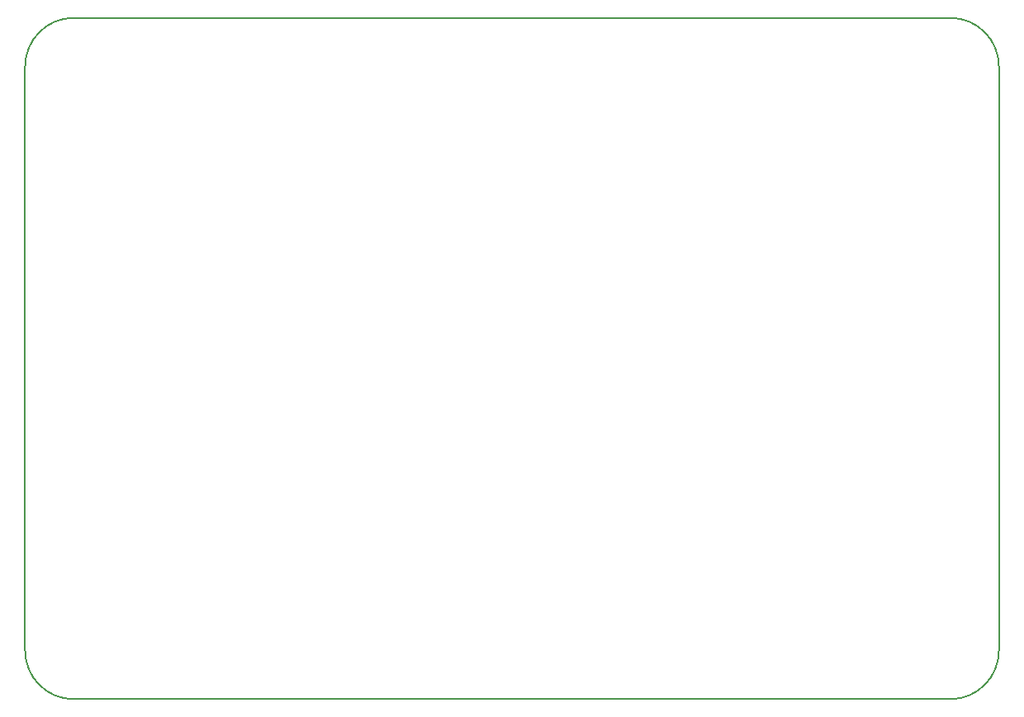
<source format=gbr>
G04 #@! TF.GenerationSoftware,KiCad,Pcbnew,(5.1.5-0-10_14)*
G04 #@! TF.CreationDate,2020-04-19T20:25:50+02:00*
G04 #@! TF.ProjectId,inuk-base,696e756b-2d62-4617-9365-2e6b69636164,rev?*
G04 #@! TF.SameCoordinates,Original*
G04 #@! TF.FileFunction,Profile,NP*
%FSLAX46Y46*%
G04 Gerber Fmt 4.6, Leading zero omitted, Abs format (unit mm)*
G04 Created by KiCad (PCBNEW (5.1.5-0-10_14)) date 2020-04-19 20:25:50*
%MOMM*%
%LPD*%
G04 APERTURE LIST*
%ADD10C,0.150000*%
G04 APERTURE END LIST*
D10*
X60000000Y-75000000D02*
G75*
G03X55000000Y-80000000I0J-5000000D01*
G01*
X55000000Y-140000000D02*
G75*
G03X60000000Y-145000000I5000000J0D01*
G01*
X150000000Y-145000000D02*
G75*
G03X155000000Y-140000000I0J5000000D01*
G01*
X155000000Y-80000000D02*
G75*
G03X150000000Y-75000000I-5000000J0D01*
G01*
X155000000Y-80000000D02*
X155000000Y-140000000D01*
X60000000Y-75000000D02*
X150000000Y-75000000D01*
X60000000Y-145000000D02*
X150000000Y-145000000D01*
X55000000Y-80000000D02*
X55000000Y-140000000D01*
M02*

</source>
